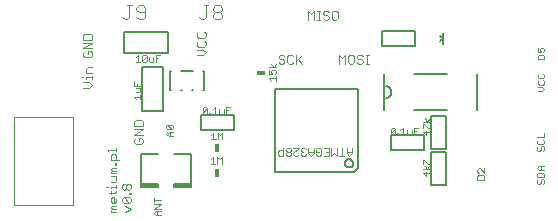
<source format=gto>
G75*
%MOIN*%
%OFA0B0*%
%FSLAX25Y25*%
%IPPOS*%
%LPD*%
%AMOC8*
5,1,8,0,0,1.08239X$1,22.5*
%
%ADD10C,0.00300*%
%ADD11C,0.00200*%
%ADD12C,0.00600*%
%ADD13C,0.00100*%
%ADD14C,0.00800*%
%ADD15R,0.03000X0.01800*%
%ADD16R,0.01800X0.03000*%
%ADD17C,0.00400*%
%ADD18C,0.00197*%
D10*
X0035803Y0022641D02*
X0035803Y0023124D01*
X0036287Y0023608D01*
X0035803Y0024092D01*
X0036287Y0024576D01*
X0037738Y0024576D01*
X0037738Y0023608D02*
X0036287Y0023608D01*
X0035803Y0022641D02*
X0037738Y0022641D01*
X0040603Y0022641D02*
X0042538Y0023608D01*
X0040603Y0024576D01*
X0040119Y0025587D02*
X0039635Y0026071D01*
X0039635Y0027038D01*
X0040119Y0027522D01*
X0042054Y0025587D01*
X0042538Y0026071D01*
X0042538Y0027038D01*
X0042054Y0027522D01*
X0040119Y0027522D01*
X0042054Y0028534D02*
X0042054Y0029017D01*
X0042538Y0029017D01*
X0042538Y0028534D01*
X0042054Y0028534D01*
X0042054Y0030007D02*
X0041570Y0030007D01*
X0041087Y0030491D01*
X0041087Y0031458D01*
X0041570Y0031942D01*
X0042054Y0031942D01*
X0042538Y0031458D01*
X0042538Y0030491D01*
X0042054Y0030007D01*
X0041087Y0030491D02*
X0040603Y0030007D01*
X0040119Y0030007D01*
X0039635Y0030491D01*
X0039635Y0031458D01*
X0040119Y0031942D01*
X0040603Y0031942D01*
X0041087Y0031458D01*
X0037738Y0031466D02*
X0037738Y0030498D01*
X0037738Y0030982D02*
X0035803Y0030982D01*
X0035803Y0030498D01*
X0035803Y0029501D02*
X0035803Y0028534D01*
X0035319Y0029017D02*
X0037254Y0029017D01*
X0037738Y0029501D01*
X0036770Y0027522D02*
X0036287Y0027522D01*
X0035803Y0027038D01*
X0035803Y0026071D01*
X0036287Y0025587D01*
X0037254Y0025587D01*
X0037738Y0026071D01*
X0037738Y0027038D01*
X0036770Y0027522D02*
X0036770Y0025587D01*
X0040119Y0025587D02*
X0042054Y0025587D01*
X0034835Y0030982D02*
X0034352Y0030982D01*
X0035803Y0032462D02*
X0037254Y0032462D01*
X0037738Y0032946D01*
X0037738Y0034397D01*
X0035803Y0034397D01*
X0035803Y0035409D02*
X0035803Y0035893D01*
X0036287Y0036376D01*
X0035803Y0036860D01*
X0036287Y0037344D01*
X0037738Y0037344D01*
X0037738Y0036376D02*
X0036287Y0036376D01*
X0035803Y0035409D02*
X0037738Y0035409D01*
X0037738Y0038355D02*
X0037738Y0038839D01*
X0037254Y0038839D01*
X0037254Y0038355D01*
X0037738Y0038355D01*
X0037738Y0039829D02*
X0037738Y0041280D01*
X0037254Y0041764D01*
X0036287Y0041764D01*
X0035803Y0041280D01*
X0035803Y0039829D01*
X0038705Y0039829D01*
X0037738Y0042775D02*
X0037738Y0043743D01*
X0037738Y0043259D02*
X0034835Y0043259D01*
X0034835Y0042775D01*
X0043667Y0045727D02*
X0044151Y0045244D01*
X0046086Y0045244D01*
X0046569Y0045727D01*
X0046569Y0046695D01*
X0046086Y0047179D01*
X0045118Y0047179D01*
X0045118Y0046211D01*
X0044151Y0047179D02*
X0043667Y0046695D01*
X0043667Y0045727D01*
X0043667Y0048190D02*
X0046569Y0050125D01*
X0043667Y0050125D01*
X0043667Y0051137D02*
X0043667Y0052588D01*
X0044151Y0053072D01*
X0046086Y0053072D01*
X0046569Y0052588D01*
X0046569Y0051137D01*
X0043667Y0051137D01*
X0043667Y0048190D02*
X0046569Y0048190D01*
X0029622Y0064940D02*
X0028654Y0063972D01*
X0026719Y0063972D01*
X0028654Y0065907D02*
X0029622Y0064940D01*
X0028654Y0065907D02*
X0026719Y0065907D01*
X0027687Y0066919D02*
X0027687Y0067403D01*
X0029622Y0067403D01*
X0029622Y0067886D02*
X0029622Y0066919D01*
X0026719Y0067403D02*
X0026236Y0067403D01*
X0027687Y0068883D02*
X0027687Y0070334D01*
X0028171Y0070818D01*
X0029622Y0070818D01*
X0029622Y0068883D02*
X0027687Y0068883D01*
X0027203Y0074130D02*
X0029138Y0074130D01*
X0029622Y0074614D01*
X0029622Y0075582D01*
X0029138Y0076065D01*
X0028171Y0076065D01*
X0028171Y0075098D01*
X0027203Y0076065D02*
X0026719Y0075582D01*
X0026719Y0074614D01*
X0027203Y0074130D01*
X0026719Y0077077D02*
X0029622Y0079012D01*
X0026719Y0079012D01*
X0026719Y0080024D02*
X0026719Y0081475D01*
X0027203Y0081959D01*
X0029138Y0081959D01*
X0029622Y0081475D01*
X0029622Y0080024D01*
X0026719Y0080024D01*
X0026719Y0077077D02*
X0029622Y0077077D01*
X0064553Y0076692D02*
X0066488Y0076692D01*
X0067455Y0075725D01*
X0066488Y0074758D01*
X0064553Y0074758D01*
X0065036Y0077704D02*
X0066971Y0077704D01*
X0067455Y0078188D01*
X0067455Y0079155D01*
X0066971Y0079639D01*
X0066971Y0080651D02*
X0065036Y0080651D01*
X0064553Y0081134D01*
X0064553Y0082102D01*
X0065036Y0082586D01*
X0066971Y0082586D02*
X0067455Y0082102D01*
X0067455Y0081134D01*
X0066971Y0080651D01*
X0065036Y0079639D02*
X0064553Y0079155D01*
X0064553Y0078188D01*
X0065036Y0077704D01*
X0091785Y0074444D02*
X0091785Y0073960D01*
X0092269Y0073476D01*
X0093237Y0073476D01*
X0093720Y0072992D01*
X0093720Y0072509D01*
X0093237Y0072025D01*
X0092269Y0072025D01*
X0091785Y0072509D01*
X0094732Y0072509D02*
X0095216Y0072025D01*
X0096183Y0072025D01*
X0096667Y0072509D01*
X0097678Y0072992D02*
X0099613Y0074927D01*
X0097678Y0074927D02*
X0097678Y0072025D01*
X0098162Y0073476D02*
X0099613Y0072025D01*
X0096667Y0074444D02*
X0096183Y0074927D01*
X0095216Y0074927D01*
X0094732Y0074444D01*
X0094732Y0072509D01*
X0093720Y0074444D02*
X0093237Y0074927D01*
X0092269Y0074927D01*
X0091785Y0074444D01*
X0112015Y0074927D02*
X0112015Y0072025D01*
X0113950Y0072025D02*
X0113950Y0074927D01*
X0112982Y0073960D01*
X0112015Y0074927D01*
X0114961Y0074444D02*
X0114961Y0072509D01*
X0115445Y0072025D01*
X0116412Y0072025D01*
X0116896Y0072509D01*
X0116896Y0074444D01*
X0116412Y0074927D01*
X0115445Y0074927D01*
X0114961Y0074444D01*
X0117908Y0074444D02*
X0118391Y0074927D01*
X0119359Y0074927D01*
X0119843Y0074444D01*
X0119359Y0073476D02*
X0118391Y0073476D01*
X0117908Y0073960D01*
X0117908Y0074444D01*
X0119359Y0073476D02*
X0119843Y0072992D01*
X0119843Y0072509D01*
X0119359Y0072025D01*
X0118391Y0072025D01*
X0117908Y0072509D01*
X0120854Y0072025D02*
X0121822Y0072025D01*
X0121338Y0072025D02*
X0121338Y0074927D01*
X0120854Y0074927D02*
X0121822Y0074927D01*
X0111031Y0086644D02*
X0111514Y0087128D01*
X0111514Y0089063D01*
X0111031Y0089547D01*
X0110063Y0089547D01*
X0109579Y0089063D01*
X0109579Y0087128D01*
X0110063Y0086644D01*
X0111031Y0086644D01*
X0108568Y0087128D02*
X0108568Y0087612D01*
X0108084Y0088096D01*
X0107117Y0088096D01*
X0106633Y0088579D01*
X0106633Y0089063D01*
X0107117Y0089547D01*
X0108084Y0089547D01*
X0108568Y0089063D01*
X0105636Y0089547D02*
X0104669Y0089547D01*
X0105152Y0089547D02*
X0105152Y0086644D01*
X0104669Y0086644D02*
X0105636Y0086644D01*
X0106633Y0087128D02*
X0107117Y0086644D01*
X0108084Y0086644D01*
X0108568Y0087128D01*
X0103657Y0086644D02*
X0103657Y0089547D01*
X0102690Y0088579D01*
X0101722Y0089547D01*
X0101722Y0086644D01*
D11*
X0090846Y0071839D02*
X0090112Y0070738D01*
X0089379Y0071839D01*
X0088645Y0070738D02*
X0090846Y0070738D01*
X0090479Y0069996D02*
X0090846Y0069629D01*
X0090846Y0068895D01*
X0090479Y0068528D01*
X0089745Y0068528D02*
X0089379Y0069262D01*
X0089379Y0069629D01*
X0089745Y0069996D01*
X0090479Y0069996D01*
X0089745Y0068528D02*
X0088645Y0068528D01*
X0088645Y0069996D01*
X0090846Y0067786D02*
X0090846Y0066318D01*
X0090846Y0067052D02*
X0088645Y0067052D01*
X0089379Y0066318D01*
X0075691Y0057490D02*
X0074223Y0057490D01*
X0074223Y0055288D01*
X0073481Y0055288D02*
X0073481Y0056756D01*
X0074223Y0056389D02*
X0074957Y0056389D01*
X0073481Y0055288D02*
X0072380Y0055288D01*
X0072013Y0055655D01*
X0072013Y0056756D01*
X0070537Y0057490D02*
X0070537Y0055288D01*
X0069803Y0055288D02*
X0071271Y0055288D01*
X0069065Y0055288D02*
X0069065Y0055655D01*
X0068698Y0055655D01*
X0068698Y0055288D01*
X0069065Y0055288D01*
X0067956Y0055655D02*
X0067589Y0055288D01*
X0066855Y0055288D01*
X0066488Y0055655D01*
X0067956Y0057123D01*
X0067956Y0055655D01*
X0066488Y0055655D02*
X0066488Y0057123D01*
X0066855Y0057490D01*
X0067589Y0057490D01*
X0067956Y0057123D01*
X0069803Y0056756D02*
X0070537Y0057490D01*
X0056584Y0051173D02*
X0056584Y0050440D01*
X0056217Y0050073D01*
X0054749Y0051540D01*
X0056217Y0051540D01*
X0056584Y0051173D01*
X0056217Y0050073D02*
X0054749Y0050073D01*
X0054382Y0050440D01*
X0054382Y0051173D01*
X0054749Y0051540D01*
X0055116Y0049331D02*
X0056584Y0049331D01*
X0055483Y0049331D02*
X0055483Y0047863D01*
X0055116Y0047863D02*
X0054382Y0048597D01*
X0055116Y0049331D01*
X0055116Y0047863D02*
X0056584Y0047863D01*
X0069302Y0048215D02*
X0070036Y0048949D01*
X0070036Y0046747D01*
X0069302Y0046747D02*
X0070770Y0046747D01*
X0071512Y0046747D02*
X0071512Y0048949D01*
X0072246Y0048215D01*
X0072980Y0048949D01*
X0072980Y0046747D01*
X0072833Y0040832D02*
X0072833Y0038630D01*
X0071365Y0038630D02*
X0071365Y0040832D01*
X0072099Y0040098D01*
X0072833Y0040832D01*
X0069889Y0040832D02*
X0069155Y0040098D01*
X0069889Y0040832D02*
X0069889Y0038630D01*
X0069155Y0038630D02*
X0070623Y0038630D01*
X0050254Y0027290D02*
X0050254Y0025822D01*
X0050254Y0026556D02*
X0052456Y0026556D01*
X0052456Y0025080D02*
X0050254Y0025080D01*
X0050254Y0023612D02*
X0052456Y0025080D01*
X0052456Y0023612D02*
X0050254Y0023612D01*
X0050988Y0022870D02*
X0052456Y0022870D01*
X0051355Y0022870D02*
X0051355Y0021403D01*
X0050988Y0021403D02*
X0050254Y0022137D01*
X0050988Y0022870D01*
X0050988Y0021403D02*
X0052456Y0021403D01*
X0129108Y0048849D02*
X0130576Y0050317D01*
X0130576Y0048849D01*
X0130209Y0048482D01*
X0129475Y0048482D01*
X0129108Y0048849D01*
X0129108Y0050317D01*
X0129475Y0050684D01*
X0130209Y0050684D01*
X0130576Y0050317D01*
X0132423Y0049950D02*
X0133156Y0050684D01*
X0133156Y0048482D01*
X0132423Y0048482D02*
X0133890Y0048482D01*
X0134632Y0048849D02*
X0134632Y0049950D01*
X0134632Y0048849D02*
X0134999Y0048482D01*
X0136100Y0048482D01*
X0136100Y0049950D01*
X0136842Y0049583D02*
X0137576Y0049583D01*
X0136842Y0048482D02*
X0136842Y0050684D01*
X0138310Y0050684D01*
X0139907Y0050448D02*
X0139907Y0051916D01*
X0140274Y0051916D01*
X0141742Y0050448D01*
X0142109Y0050448D01*
X0142109Y0049340D02*
X0139907Y0049340D01*
X0141008Y0048239D01*
X0141008Y0049706D01*
X0141375Y0052658D02*
X0140641Y0053759D01*
X0141375Y0052658D02*
X0142109Y0053759D01*
X0142109Y0052658D02*
X0139907Y0052658D01*
X0131685Y0048849D02*
X0131685Y0048482D01*
X0131318Y0048482D01*
X0131318Y0048849D01*
X0131685Y0048849D01*
X0139866Y0040040D02*
X0140233Y0040040D01*
X0141701Y0038572D01*
X0142068Y0038572D01*
X0142068Y0037832D02*
X0141334Y0036731D01*
X0140600Y0037832D01*
X0139866Y0038572D02*
X0139866Y0040040D01*
X0139866Y0036731D02*
X0142068Y0036731D01*
X0142068Y0035622D02*
X0139866Y0035622D01*
X0140967Y0034521D01*
X0140967Y0035989D01*
X0158088Y0035948D02*
X0158455Y0035581D01*
X0158088Y0035948D02*
X0158088Y0036682D01*
X0158455Y0037049D01*
X0158822Y0037049D01*
X0160290Y0035581D01*
X0160290Y0037049D01*
X0159923Y0034839D02*
X0158455Y0034839D01*
X0158088Y0034472D01*
X0158088Y0033371D01*
X0160290Y0033371D01*
X0160290Y0034472D01*
X0159923Y0034839D01*
X0178005Y0035307D02*
X0178005Y0034206D01*
X0180207Y0034206D01*
X0180207Y0035307D01*
X0179840Y0035674D01*
X0178372Y0035674D01*
X0178005Y0035307D01*
X0178739Y0036416D02*
X0178005Y0037150D01*
X0178739Y0037884D01*
X0180207Y0037884D01*
X0179106Y0037884D02*
X0179106Y0036416D01*
X0178739Y0036416D02*
X0180207Y0036416D01*
X0179840Y0033464D02*
X0180207Y0033097D01*
X0180207Y0032363D01*
X0179840Y0031996D01*
X0179106Y0032363D02*
X0178739Y0031996D01*
X0178372Y0031996D01*
X0178005Y0032363D01*
X0178005Y0033097D01*
X0178372Y0033464D01*
X0179106Y0033097D02*
X0179473Y0033464D01*
X0179840Y0033464D01*
X0179106Y0033097D02*
X0179106Y0032363D01*
X0178739Y0042996D02*
X0179106Y0043363D01*
X0179106Y0044096D01*
X0179473Y0044463D01*
X0179840Y0044463D01*
X0180207Y0044096D01*
X0180207Y0043363D01*
X0179840Y0042996D01*
X0178739Y0042996D02*
X0178372Y0042996D01*
X0178005Y0043363D01*
X0178005Y0044096D01*
X0178372Y0044463D01*
X0178372Y0045205D02*
X0179840Y0045205D01*
X0180207Y0045572D01*
X0180207Y0046306D01*
X0179840Y0046673D01*
X0180207Y0047415D02*
X0178005Y0047415D01*
X0178372Y0046673D02*
X0178005Y0046306D01*
X0178005Y0045572D01*
X0178372Y0045205D01*
X0180207Y0047415D02*
X0180207Y0048883D01*
X0179675Y0062811D02*
X0180409Y0063545D01*
X0179675Y0064279D01*
X0178207Y0064279D01*
X0178574Y0065021D02*
X0180042Y0065021D01*
X0180409Y0065388D01*
X0180409Y0066122D01*
X0180042Y0066489D01*
X0180042Y0067231D02*
X0180409Y0067598D01*
X0180409Y0068332D01*
X0180042Y0068699D01*
X0178574Y0068699D02*
X0178207Y0068332D01*
X0178207Y0067598D01*
X0178574Y0067231D01*
X0180042Y0067231D01*
X0178574Y0066489D02*
X0178207Y0066122D01*
X0178207Y0065388D01*
X0178574Y0065021D01*
X0178207Y0062811D02*
X0179675Y0062811D01*
X0180409Y0073533D02*
X0178207Y0073533D01*
X0178207Y0074634D01*
X0178574Y0075001D01*
X0180042Y0075001D01*
X0180409Y0074634D01*
X0180409Y0073533D01*
X0180042Y0075743D02*
X0180409Y0076110D01*
X0180409Y0076844D01*
X0180042Y0077211D01*
X0179308Y0077211D01*
X0178941Y0076844D01*
X0178941Y0076477D01*
X0179308Y0075743D01*
X0178207Y0075743D01*
X0178207Y0077211D01*
X0052246Y0074868D02*
X0050779Y0074868D01*
X0050779Y0072667D01*
X0050037Y0072667D02*
X0050037Y0074134D01*
X0050779Y0073767D02*
X0051512Y0073767D01*
X0050037Y0072667D02*
X0048936Y0072667D01*
X0048569Y0073034D01*
X0048569Y0074134D01*
X0047827Y0074501D02*
X0046359Y0073034D01*
X0046726Y0072667D01*
X0047460Y0072667D01*
X0047827Y0073034D01*
X0047827Y0074501D01*
X0047460Y0074868D01*
X0046726Y0074868D01*
X0046359Y0074501D01*
X0046359Y0073034D01*
X0045617Y0072667D02*
X0044149Y0072667D01*
X0044883Y0072667D02*
X0044883Y0074868D01*
X0044149Y0074134D01*
X0043543Y0066106D02*
X0043543Y0064638D01*
X0045745Y0064638D01*
X0045745Y0063896D02*
X0044277Y0063896D01*
X0044644Y0064638D02*
X0044644Y0065372D01*
X0045745Y0063896D02*
X0045745Y0062795D01*
X0045378Y0062428D01*
X0044277Y0062428D01*
X0045745Y0061686D02*
X0045745Y0060218D01*
X0045745Y0060952D02*
X0043543Y0060952D01*
X0044277Y0060218D01*
D12*
X0055619Y0063224D02*
X0055989Y0063224D01*
X0055619Y0063224D02*
X0055619Y0069602D01*
X0055989Y0069602D01*
X0059162Y0069602D02*
X0063273Y0069602D01*
X0066446Y0069602D02*
X0066816Y0069602D01*
X0066816Y0063224D01*
X0066446Y0063224D01*
X0063273Y0063224D02*
X0062902Y0063224D01*
X0059532Y0063224D02*
X0059162Y0063224D01*
X0090688Y0063429D02*
X0118286Y0063429D01*
X0118286Y0037229D01*
X0116889Y0035831D01*
X0090688Y0035831D01*
X0090688Y0063429D01*
X0113873Y0038830D02*
X0113875Y0038905D01*
X0113881Y0038979D01*
X0113891Y0039053D01*
X0113904Y0039126D01*
X0113922Y0039199D01*
X0113943Y0039270D01*
X0113968Y0039341D01*
X0113997Y0039410D01*
X0114030Y0039477D01*
X0114066Y0039542D01*
X0114105Y0039606D01*
X0114147Y0039667D01*
X0114193Y0039726D01*
X0114242Y0039783D01*
X0114294Y0039836D01*
X0114348Y0039887D01*
X0114405Y0039936D01*
X0114465Y0039980D01*
X0114527Y0040022D01*
X0114591Y0040061D01*
X0114657Y0040096D01*
X0114724Y0040127D01*
X0114794Y0040155D01*
X0114864Y0040179D01*
X0114936Y0040200D01*
X0115009Y0040216D01*
X0115082Y0040229D01*
X0115157Y0040238D01*
X0115231Y0040243D01*
X0115306Y0040244D01*
X0115380Y0040241D01*
X0115455Y0040234D01*
X0115528Y0040223D01*
X0115602Y0040209D01*
X0115674Y0040190D01*
X0115745Y0040168D01*
X0115815Y0040142D01*
X0115884Y0040112D01*
X0115950Y0040079D01*
X0116015Y0040042D01*
X0116078Y0040002D01*
X0116139Y0039958D01*
X0116197Y0039912D01*
X0116253Y0039862D01*
X0116306Y0039810D01*
X0116357Y0039755D01*
X0116404Y0039697D01*
X0116448Y0039637D01*
X0116489Y0039574D01*
X0116527Y0039510D01*
X0116561Y0039444D01*
X0116592Y0039375D01*
X0116619Y0039306D01*
X0116642Y0039235D01*
X0116661Y0039163D01*
X0116677Y0039090D01*
X0116689Y0039016D01*
X0116697Y0038942D01*
X0116701Y0038867D01*
X0116701Y0038793D01*
X0116697Y0038718D01*
X0116689Y0038644D01*
X0116677Y0038570D01*
X0116661Y0038497D01*
X0116642Y0038425D01*
X0116619Y0038354D01*
X0116592Y0038285D01*
X0116561Y0038216D01*
X0116527Y0038150D01*
X0116489Y0038086D01*
X0116448Y0038023D01*
X0116404Y0037963D01*
X0116357Y0037905D01*
X0116306Y0037850D01*
X0116253Y0037798D01*
X0116197Y0037748D01*
X0116139Y0037702D01*
X0116078Y0037658D01*
X0116015Y0037618D01*
X0115950Y0037581D01*
X0115884Y0037548D01*
X0115815Y0037518D01*
X0115745Y0037492D01*
X0115674Y0037470D01*
X0115602Y0037451D01*
X0115528Y0037437D01*
X0115455Y0037426D01*
X0115380Y0037419D01*
X0115306Y0037416D01*
X0115231Y0037417D01*
X0115157Y0037422D01*
X0115082Y0037431D01*
X0115009Y0037444D01*
X0114936Y0037460D01*
X0114864Y0037481D01*
X0114794Y0037505D01*
X0114724Y0037533D01*
X0114657Y0037564D01*
X0114591Y0037599D01*
X0114527Y0037638D01*
X0114465Y0037680D01*
X0114405Y0037724D01*
X0114348Y0037773D01*
X0114294Y0037824D01*
X0114242Y0037877D01*
X0114193Y0037934D01*
X0114147Y0037993D01*
X0114105Y0038054D01*
X0114066Y0038118D01*
X0114030Y0038183D01*
X0113997Y0038250D01*
X0113968Y0038319D01*
X0113943Y0038390D01*
X0113922Y0038461D01*
X0113904Y0038534D01*
X0113891Y0038607D01*
X0113881Y0038681D01*
X0113875Y0038755D01*
X0113873Y0038830D01*
D13*
X0113669Y0041292D02*
X0111897Y0041292D01*
X0111132Y0041292D02*
X0110246Y0042178D01*
X0109360Y0041292D01*
X0109360Y0043950D01*
X0108594Y0043950D02*
X0106822Y0043950D01*
X0106057Y0043507D02*
X0105614Y0043950D01*
X0104728Y0043950D01*
X0104284Y0043507D01*
X0104284Y0042621D01*
X0105171Y0042621D01*
X0106057Y0041735D02*
X0106057Y0043507D01*
X0106057Y0041735D02*
X0105614Y0041292D01*
X0104728Y0041292D01*
X0104284Y0041735D01*
X0103519Y0042178D02*
X0102633Y0041292D01*
X0101747Y0042178D01*
X0101747Y0043950D01*
X0100981Y0043507D02*
X0100538Y0043950D01*
X0099652Y0043950D01*
X0099209Y0043507D01*
X0099209Y0043064D01*
X0099652Y0042621D01*
X0100095Y0042621D01*
X0099652Y0042621D02*
X0099209Y0042178D01*
X0099209Y0041735D01*
X0099652Y0041292D01*
X0100538Y0041292D01*
X0100981Y0041735D01*
X0101747Y0042621D02*
X0103519Y0042621D01*
X0103519Y0042178D02*
X0103519Y0043950D01*
X0107708Y0042621D02*
X0108594Y0042621D01*
X0108594Y0041292D02*
X0108594Y0043950D01*
X0111132Y0043950D02*
X0111132Y0041292D01*
X0112783Y0041292D02*
X0112783Y0043950D01*
X0114435Y0043950D02*
X0114435Y0042178D01*
X0115321Y0041292D01*
X0116207Y0042178D01*
X0116207Y0043950D01*
X0116207Y0042621D02*
X0114435Y0042621D01*
X0108594Y0041292D02*
X0106822Y0041292D01*
X0098444Y0041735D02*
X0098001Y0041292D01*
X0097115Y0041292D01*
X0096672Y0041735D01*
X0096672Y0042178D01*
X0098444Y0043950D01*
X0096672Y0043950D01*
X0095906Y0043507D02*
X0095906Y0043064D01*
X0095463Y0042621D01*
X0094577Y0042621D01*
X0094134Y0043064D01*
X0094134Y0043507D01*
X0094577Y0043950D01*
X0095463Y0043950D01*
X0095906Y0043507D01*
X0095463Y0042621D02*
X0095906Y0042178D01*
X0095906Y0041735D01*
X0095463Y0041292D01*
X0094577Y0041292D01*
X0094134Y0041735D01*
X0094134Y0042178D01*
X0094577Y0042621D01*
X0093369Y0043064D02*
X0092040Y0043064D01*
X0091597Y0042621D01*
X0091597Y0041735D01*
X0092040Y0041292D01*
X0093369Y0041292D01*
X0093369Y0043950D01*
D14*
X0076879Y0049755D02*
X0076879Y0054755D01*
X0065879Y0054755D01*
X0065879Y0049755D01*
X0076879Y0049755D01*
X0062580Y0042007D02*
X0057069Y0042007D01*
X0062580Y0042007D02*
X0062580Y0031771D01*
X0062580Y0030983D01*
X0057069Y0030983D01*
X0057069Y0031771D01*
X0062580Y0031771D01*
X0062187Y0031377D02*
X0057069Y0031377D01*
X0051557Y0031377D02*
X0046439Y0031377D01*
X0046045Y0030983D02*
X0046045Y0031771D01*
X0051557Y0031771D01*
X0051557Y0030983D01*
X0046045Y0030983D01*
X0046045Y0031771D02*
X0046045Y0042007D01*
X0051557Y0042007D01*
X0053382Y0056137D02*
X0046382Y0056137D01*
X0046382Y0070737D01*
X0053382Y0070737D01*
X0053382Y0056137D01*
X0054882Y0075428D02*
X0040282Y0075428D01*
X0040282Y0082428D01*
X0054882Y0082428D01*
X0054882Y0075428D01*
X0126105Y0077813D02*
X0126105Y0082813D01*
X0137105Y0082813D01*
X0137105Y0077813D01*
X0126105Y0077813D01*
X0127065Y0068472D02*
X0127065Y0056661D01*
X0127459Y0060597D02*
X0127546Y0060599D01*
X0127633Y0060605D01*
X0127720Y0060614D01*
X0127806Y0060628D01*
X0127891Y0060645D01*
X0127976Y0060666D01*
X0128059Y0060691D01*
X0128142Y0060719D01*
X0128223Y0060751D01*
X0128302Y0060787D01*
X0128380Y0060826D01*
X0128456Y0060868D01*
X0128530Y0060914D01*
X0128602Y0060963D01*
X0128672Y0061015D01*
X0128739Y0061070D01*
X0128804Y0061128D01*
X0128867Y0061189D01*
X0128926Y0061253D01*
X0128983Y0061319D01*
X0129036Y0061388D01*
X0129087Y0061459D01*
X0129134Y0061532D01*
X0129179Y0061607D01*
X0129219Y0061684D01*
X0129257Y0061762D01*
X0129290Y0061843D01*
X0129321Y0061924D01*
X0129347Y0062007D01*
X0129370Y0062092D01*
X0129389Y0062177D01*
X0129404Y0062262D01*
X0129416Y0062349D01*
X0129424Y0062435D01*
X0129428Y0062522D01*
X0129428Y0062610D01*
X0129424Y0062697D01*
X0129416Y0062783D01*
X0129404Y0062870D01*
X0129389Y0062955D01*
X0129370Y0063040D01*
X0129347Y0063125D01*
X0129321Y0063208D01*
X0129290Y0063289D01*
X0129257Y0063370D01*
X0129219Y0063448D01*
X0129179Y0063525D01*
X0129134Y0063600D01*
X0129087Y0063673D01*
X0129036Y0063744D01*
X0128983Y0063813D01*
X0128926Y0063879D01*
X0128867Y0063943D01*
X0128804Y0064004D01*
X0128739Y0064062D01*
X0128672Y0064117D01*
X0128602Y0064169D01*
X0128530Y0064218D01*
X0128456Y0064264D01*
X0128380Y0064306D01*
X0128302Y0064345D01*
X0128223Y0064381D01*
X0128142Y0064413D01*
X0128059Y0064441D01*
X0127976Y0064466D01*
X0127891Y0064487D01*
X0127806Y0064504D01*
X0127720Y0064518D01*
X0127633Y0064527D01*
X0127546Y0064533D01*
X0127459Y0064535D01*
X0136908Y0068472D02*
X0147931Y0068472D01*
X0157774Y0068472D02*
X0157774Y0056661D01*
X0147931Y0056661D02*
X0136908Y0056661D01*
X0142576Y0054434D02*
X0147576Y0054434D01*
X0147576Y0043434D01*
X0142576Y0043434D01*
X0142576Y0054434D01*
X0140374Y0048077D02*
X0140374Y0043077D01*
X0129374Y0043077D01*
X0129374Y0048077D01*
X0140374Y0048077D01*
X0142548Y0042652D02*
X0147548Y0042652D01*
X0147548Y0031652D01*
X0142548Y0031652D01*
X0142548Y0042652D01*
X0146658Y0078497D02*
X0146658Y0080308D01*
X0145437Y0079388D01*
X0146658Y0080308D02*
X0146658Y0082119D01*
X0145437Y0081168D02*
X0146597Y0080408D01*
D15*
X0085857Y0068866D03*
D16*
X0071288Y0043930D03*
X0071234Y0035686D03*
D17*
X0070701Y0086806D02*
X0069934Y0087573D01*
X0069934Y0088340D01*
X0070701Y0089107D01*
X0072236Y0089107D01*
X0073003Y0088340D01*
X0073003Y0087573D01*
X0072236Y0086806D01*
X0070701Y0086806D01*
X0070701Y0089107D02*
X0069934Y0089875D01*
X0069934Y0090642D01*
X0070701Y0091409D01*
X0072236Y0091409D01*
X0073003Y0090642D01*
X0073003Y0089875D01*
X0072236Y0089107D01*
X0068399Y0091409D02*
X0066865Y0091409D01*
X0067632Y0091409D02*
X0067632Y0087573D01*
X0066865Y0086806D01*
X0066097Y0086806D01*
X0065330Y0087573D01*
X0047413Y0087573D02*
X0046645Y0086806D01*
X0045111Y0086806D01*
X0044343Y0087573D01*
X0045111Y0089107D02*
X0047413Y0089107D01*
X0047413Y0087573D02*
X0047413Y0090642D01*
X0046645Y0091409D01*
X0045111Y0091409D01*
X0044343Y0090642D01*
X0044343Y0089875D01*
X0045111Y0089107D01*
X0042041Y0087573D02*
X0042041Y0091409D01*
X0041274Y0091409D02*
X0042809Y0091409D01*
X0042041Y0087573D02*
X0041274Y0086806D01*
X0040507Y0086806D01*
X0039739Y0087573D01*
D18*
X0023146Y0054344D02*
X0003461Y0054344D01*
X0003461Y0024817D01*
X0023146Y0024817D01*
X0023146Y0054344D01*
M02*

</source>
